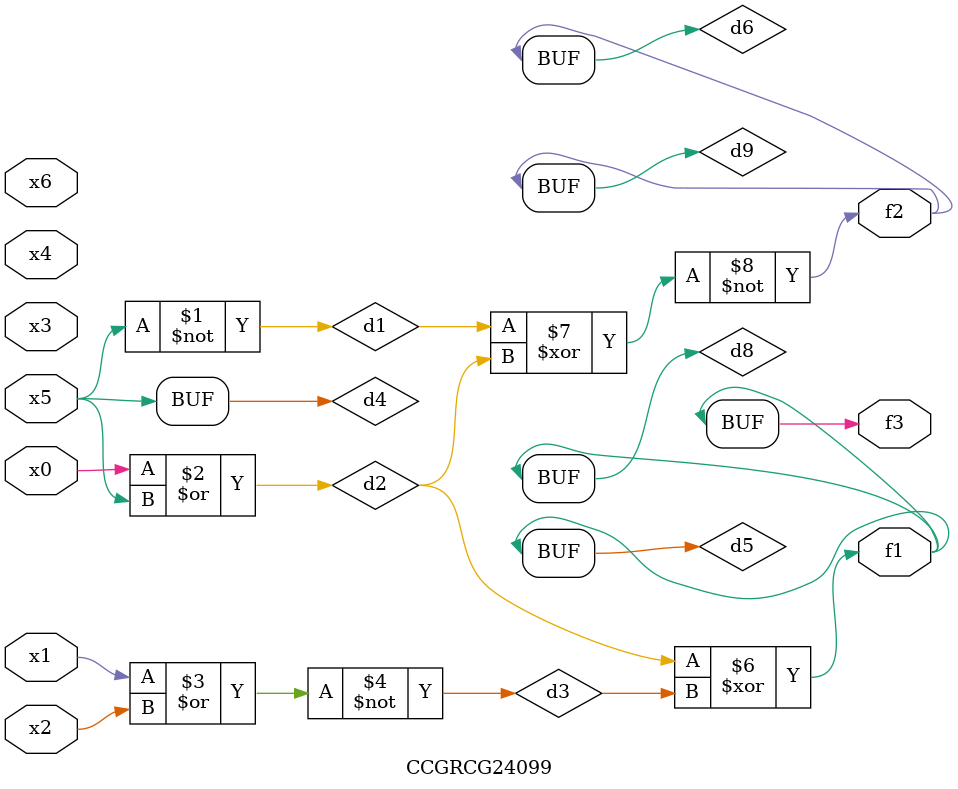
<source format=v>
module CCGRCG24099(
	input x0, x1, x2, x3, x4, x5, x6,
	output f1, f2, f3
);

	wire d1, d2, d3, d4, d5, d6, d7, d8, d9;

	nand (d1, x5);
	or (d2, x0, x5);
	nor (d3, x1, x2);
	xnor (d4, d1);
	xor (d5, d2, d3);
	xnor (d6, d1, d2);
	not (d7, x4);
	buf (d8, d5);
	xor (d9, d6);
	assign f1 = d8;
	assign f2 = d9;
	assign f3 = d8;
endmodule

</source>
